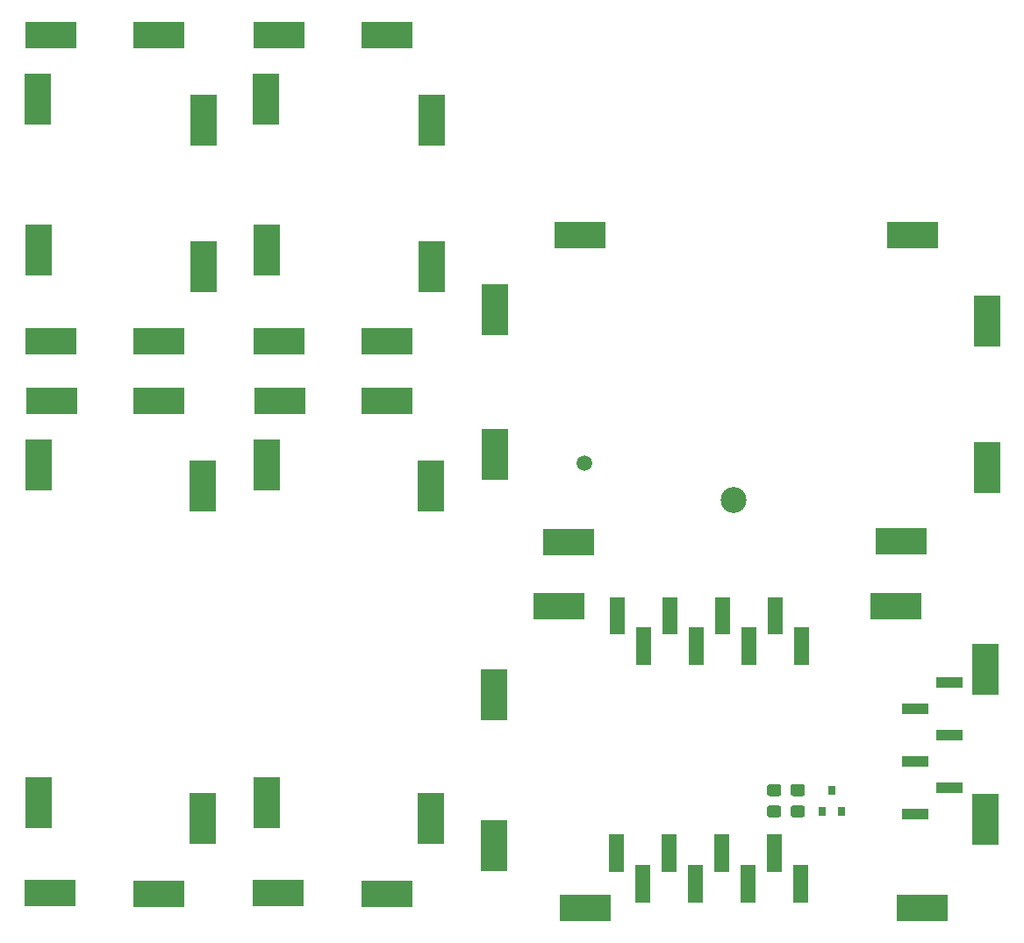
<source format=gbr>
%TF.GenerationSoftware,KiCad,Pcbnew,5.1.6-c6e7f7d~86~ubuntu18.04.1*%
%TF.CreationDate,2020-05-16T18:56:39+02:00*%
%TF.ProjectId,slimme-meter-tra,736c696d-6d65-42d6-9d65-7465722d7472,rev?*%
%TF.SameCoordinates,Original*%
%TF.FileFunction,Soldermask,Top*%
%TF.FilePolarity,Negative*%
%FSLAX46Y46*%
G04 Gerber Fmt 4.6, Leading zero omitted, Abs format (unit mm)*
G04 Created by KiCad (PCBNEW 5.1.6-c6e7f7d~86~ubuntu18.04.1) date 2020-05-16 18:56:39*
%MOMM*%
%LPD*%
G01*
G04 APERTURE LIST*
%ADD10C,0.010000*%
%ADD11R,2.500000X5.000000*%
%ADD12R,5.000000X2.500000*%
%ADD13C,1.500000*%
%ADD14C,2.500000*%
%ADD15R,2.510000X1.000000*%
%ADD16R,0.800000X0.900000*%
G04 APERTURE END LIST*
D10*
G36*
X137910000Y-116449000D02*
G01*
X139282000Y-116449000D01*
X139282000Y-119981000D01*
X137910000Y-119981000D01*
X137910000Y-116449000D01*
G37*
X137910000Y-116449000D02*
X139282000Y-116449000D01*
X139282000Y-119981000D01*
X137910000Y-119981000D01*
X137910000Y-116449000D01*
G36*
X140450000Y-119369000D02*
G01*
X141822000Y-119369000D01*
X141822000Y-122901000D01*
X140450000Y-122901000D01*
X140450000Y-119369000D01*
G37*
X140450000Y-119369000D02*
X141822000Y-119369000D01*
X141822000Y-122901000D01*
X140450000Y-122901000D01*
X140450000Y-119369000D01*
G36*
X142990000Y-116449000D02*
G01*
X144362000Y-116449000D01*
X144362000Y-119981000D01*
X142990000Y-119981000D01*
X142990000Y-116449000D01*
G37*
X142990000Y-116449000D02*
X144362000Y-116449000D01*
X144362000Y-119981000D01*
X142990000Y-119981000D01*
X142990000Y-116449000D01*
G36*
X145530000Y-119369000D02*
G01*
X146902000Y-119369000D01*
X146902000Y-122901000D01*
X145530000Y-122901000D01*
X145530000Y-119369000D01*
G37*
X145530000Y-119369000D02*
X146902000Y-119369000D01*
X146902000Y-122901000D01*
X145530000Y-122901000D01*
X145530000Y-119369000D01*
G36*
X148070000Y-116449000D02*
G01*
X149442000Y-116449000D01*
X149442000Y-119981000D01*
X148070000Y-119981000D01*
X148070000Y-116449000D01*
G37*
X148070000Y-116449000D02*
X149442000Y-116449000D01*
X149442000Y-119981000D01*
X148070000Y-119981000D01*
X148070000Y-116449000D01*
G36*
X150610000Y-119369000D02*
G01*
X151982000Y-119369000D01*
X151982000Y-122901000D01*
X150610000Y-122901000D01*
X150610000Y-119369000D01*
G37*
X150610000Y-119369000D02*
X151982000Y-119369000D01*
X151982000Y-122901000D01*
X150610000Y-122901000D01*
X150610000Y-119369000D01*
G36*
X153150000Y-116449000D02*
G01*
X154522000Y-116449000D01*
X154522000Y-119981000D01*
X153150000Y-119981000D01*
X153150000Y-116449000D01*
G37*
X153150000Y-116449000D02*
X154522000Y-116449000D01*
X154522000Y-119981000D01*
X153150000Y-119981000D01*
X153150000Y-116449000D01*
G36*
X155690000Y-119369000D02*
G01*
X157062000Y-119369000D01*
X157062000Y-122901000D01*
X155690000Y-122901000D01*
X155690000Y-119369000D01*
G37*
X155690000Y-119369000D02*
X157062000Y-119369000D01*
X157062000Y-122901000D01*
X155690000Y-122901000D01*
X155690000Y-119369000D01*
G36*
X144406000Y-97066000D02*
G01*
X143034000Y-97066000D01*
X143034000Y-93534000D01*
X144406000Y-93534000D01*
X144406000Y-97066000D01*
G37*
X144406000Y-97066000D02*
X143034000Y-97066000D01*
X143034000Y-93534000D01*
X144406000Y-93534000D01*
X144406000Y-97066000D01*
G36*
X141866000Y-99986000D02*
G01*
X140494000Y-99986000D01*
X140494000Y-96454000D01*
X141866000Y-96454000D01*
X141866000Y-99986000D01*
G37*
X141866000Y-99986000D02*
X140494000Y-99986000D01*
X140494000Y-96454000D01*
X141866000Y-96454000D01*
X141866000Y-99986000D01*
G36*
X154566000Y-97066000D02*
G01*
X153194000Y-97066000D01*
X153194000Y-93534000D01*
X154566000Y-93534000D01*
X154566000Y-97066000D01*
G37*
X154566000Y-97066000D02*
X153194000Y-97066000D01*
X153194000Y-93534000D01*
X154566000Y-93534000D01*
X154566000Y-97066000D01*
G36*
X157106000Y-99986000D02*
G01*
X155734000Y-99986000D01*
X155734000Y-96454000D01*
X157106000Y-96454000D01*
X157106000Y-99986000D01*
G37*
X157106000Y-99986000D02*
X155734000Y-99986000D01*
X155734000Y-96454000D01*
X157106000Y-96454000D01*
X157106000Y-99986000D01*
G36*
X139326000Y-97066000D02*
G01*
X137954000Y-97066000D01*
X137954000Y-93534000D01*
X139326000Y-93534000D01*
X139326000Y-97066000D01*
G37*
X139326000Y-97066000D02*
X137954000Y-97066000D01*
X137954000Y-93534000D01*
X139326000Y-93534000D01*
X139326000Y-97066000D01*
G36*
X152026000Y-99986000D02*
G01*
X150654000Y-99986000D01*
X150654000Y-96454000D01*
X152026000Y-96454000D01*
X152026000Y-99986000D01*
G37*
X152026000Y-99986000D02*
X150654000Y-99986000D01*
X150654000Y-96454000D01*
X152026000Y-96454000D01*
X152026000Y-99986000D01*
G36*
X146946000Y-99986000D02*
G01*
X145574000Y-99986000D01*
X145574000Y-96454000D01*
X146946000Y-96454000D01*
X146946000Y-99986000D01*
G37*
X146946000Y-99986000D02*
X145574000Y-99986000D01*
X145574000Y-96454000D01*
X146946000Y-96454000D01*
X146946000Y-99986000D01*
G36*
X149486000Y-97066000D02*
G01*
X148114000Y-97066000D01*
X148114000Y-93534000D01*
X149486000Y-93534000D01*
X149486000Y-97066000D01*
G37*
X149486000Y-97066000D02*
X148114000Y-97066000D01*
X148114000Y-93534000D01*
X149486000Y-93534000D01*
X149486000Y-97066000D01*
D11*
X126800000Y-103000000D03*
X126800000Y-117500000D03*
D12*
X135600000Y-123500000D03*
X168100000Y-123500000D03*
D11*
X174200000Y-115000000D03*
X174200000Y-100500000D03*
D12*
X165600000Y-94400000D03*
X133100000Y-94400000D03*
D11*
X126900000Y-65800000D03*
X126900000Y-79800000D03*
D12*
X134000000Y-88200000D03*
X166100000Y-88100000D03*
D11*
X174400000Y-81000000D03*
X174400000Y-66900000D03*
D12*
X167200000Y-58600000D03*
X135100000Y-58600000D03*
D13*
X135500000Y-80600000D03*
D14*
X149900000Y-84200000D03*
D12*
X116500000Y-74565000D03*
X106145000Y-74565000D03*
D11*
X104875000Y-80800000D03*
X104875000Y-113400000D03*
D12*
X106000000Y-122063000D03*
X116500000Y-122190000D03*
D11*
X120700000Y-114900000D03*
X120700000Y-82820000D03*
D12*
X94500000Y-74565000D03*
X84145000Y-74565000D03*
D11*
X82875000Y-80800000D03*
X82875000Y-113400000D03*
D12*
X84000000Y-122063000D03*
X94500000Y-122190000D03*
D11*
X98700000Y-114900000D03*
X98700000Y-82820000D03*
X120800000Y-47525000D03*
X120800000Y-61600000D03*
D12*
X116500000Y-68861000D03*
X106037000Y-68861000D03*
D11*
X104900000Y-60000000D03*
X104800000Y-45500000D03*
D12*
X106037000Y-39270000D03*
X116500000Y-39270000D03*
D11*
X98800000Y-47525000D03*
X98800000Y-61600000D03*
D12*
X94500000Y-68861000D03*
X84037000Y-68861000D03*
D11*
X82900000Y-60000000D03*
X82800000Y-45500000D03*
D12*
X84037000Y-39270000D03*
X94500000Y-39270000D03*
D15*
X167421000Y-104308000D03*
X167421000Y-109388000D03*
X167421000Y-114468000D03*
X170731000Y-101768000D03*
X170731000Y-106848000D03*
X170731000Y-111928000D03*
G36*
G01*
X153385999Y-113648000D02*
X154286001Y-113648000D01*
G75*
G02*
X154536000Y-113897999I0J-249999D01*
G01*
X154536000Y-114548001D01*
G75*
G02*
X154286001Y-114798000I-249999J0D01*
G01*
X153385999Y-114798000D01*
G75*
G02*
X153136000Y-114548001I0J249999D01*
G01*
X153136000Y-113897999D01*
G75*
G02*
X153385999Y-113648000I249999J0D01*
G01*
G37*
G36*
G01*
X153385999Y-111598000D02*
X154286001Y-111598000D01*
G75*
G02*
X154536000Y-111847999I0J-249999D01*
G01*
X154536000Y-112498001D01*
G75*
G02*
X154286001Y-112748000I-249999J0D01*
G01*
X153385999Y-112748000D01*
G75*
G02*
X153136000Y-112498001I0J249999D01*
G01*
X153136000Y-111847999D01*
G75*
G02*
X153385999Y-111598000I249999J0D01*
G01*
G37*
G36*
G01*
X155671999Y-113639000D02*
X156572001Y-113639000D01*
G75*
G02*
X156822000Y-113888999I0J-249999D01*
G01*
X156822000Y-114539001D01*
G75*
G02*
X156572001Y-114789000I-249999J0D01*
G01*
X155671999Y-114789000D01*
G75*
G02*
X155422000Y-114539001I0J249999D01*
G01*
X155422000Y-113888999D01*
G75*
G02*
X155671999Y-113639000I249999J0D01*
G01*
G37*
G36*
G01*
X155671999Y-111589000D02*
X156572001Y-111589000D01*
G75*
G02*
X156822000Y-111838999I0J-249999D01*
G01*
X156822000Y-112489001D01*
G75*
G02*
X156572001Y-112739000I-249999J0D01*
G01*
X155671999Y-112739000D01*
G75*
G02*
X155422000Y-112489001I0J249999D01*
G01*
X155422000Y-111838999D01*
G75*
G02*
X155671999Y-111589000I249999J0D01*
G01*
G37*
D16*
X159424000Y-112198000D03*
X160374000Y-114198000D03*
X158474000Y-114198000D03*
M02*

</source>
